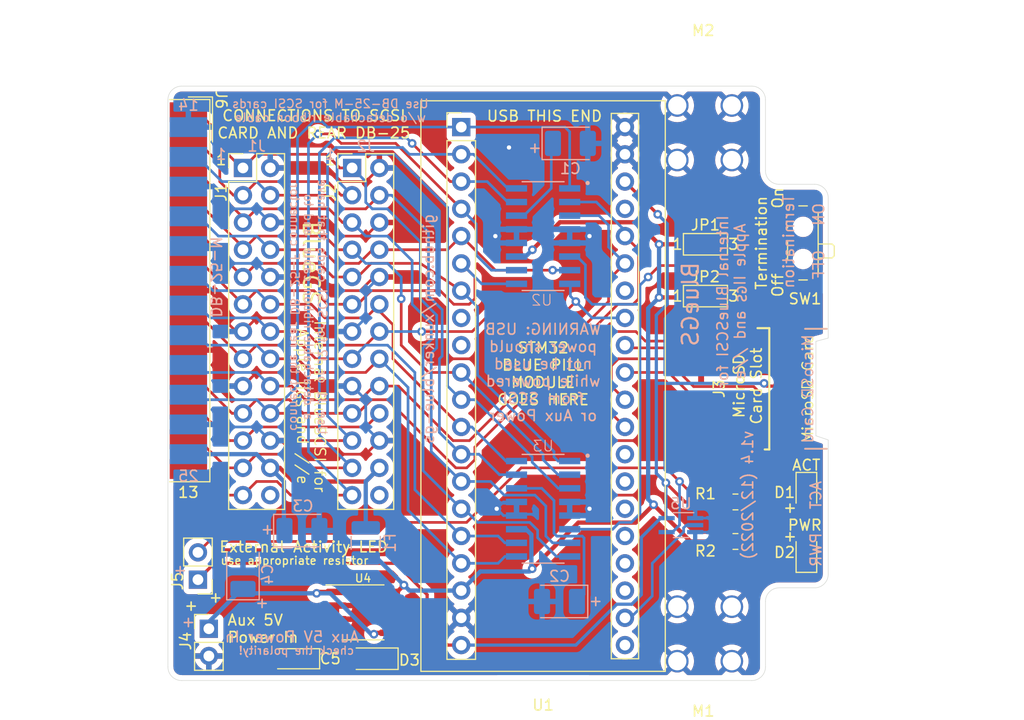
<source format=kicad_pcb>
(kicad_pcb (version 20211014) (generator pcbnew)
  (layers (0 "F.Cu" signal) (31 "B.Cu" signal) (34 "B.Paste" user) (35 "F.Paste" user) (36 "B.SilkS" user "B.Silkscreen") (37 "F.SilkS" user "F.Silkscreen") (38 "B.Mask" user) (39 "F.Mask" user) (44 "Edge.Cuts" user))
  (net 0 "")
  (net 12 "+5V")
  (net 13 "GND")
  (net 14 "/SCSI_DB4")
  (net 15 "/SCSI_DB2")
  (net 16 "/SCSI_DB1")
  (net 17 "/SCSI_DBP")
  (net 18 "/SCSI_SEL")
  (net 19 "/SCSI_ATN")
  (net 20 "/SCSI_C_D")
  (net 21 "/SCSI_DB7")
  (net 22 "/SCSI_DB6")
  (net 23 "/SCSI_DB5")
  (net 24 "/SCSI_DB3")
  (net 25 "/SCSI_DB0")
  (net 26 "/SCSI_BSY")
  (net 27 "/SCSI_ACK")
  (net 28 "/SCSI_RST")
  (net 29 "/SCSI_I_O")
  (net 30 "/SCSI_MSG")
  (net 31 "/SCSI_REQ")
  (net 32 "/SD_MISO")
  (net 33 "/SD_CSK")
  (net 34 "+3V3")
  (net 35 "/SD_MOSI")
  (net 36 "/SD_CS")
  (net 39 "Net-(D2-Pad2)")
  (net 40 "Net-(C1-Pad1)")
  (net 41 "Net-(C2-Pad1)")
  (net 42 "/TERM_DISC")
  (net 43 "Net-(D1-Pad1)")
  (net 44 "/DEBUG_RX")
  (net 45 "/DEBUG_TX")
  (net 46 "/+5V_AUX")
  (net 47 "Net-(C5-Pad1)")
  (net 48 "/TERM_EN")
  (net 49 "/TERM_DIS")
  (net 50 "/DISK_ACT")
  (net 51 "/SCSI_TERMPWR")
  (net 52 "Net-(D1-Pad2)")
  (footprint "my library:YAAJ_BluePill_2" (layer "F.Cu") (at 152.4 50.8)
    (fp_text reference "U1")
    (fp_text value "YAAJ_BluePill" hide)
  )
  (footprint "Button_Switch_SMD:SW_SPDT_PCM12" (layer "F.Cu") (at 183.896 61.595 90)
    (fp_text reference "SW1")
    (fp_text value "SW_SPDT")
  )
  (footprint "Resistor_SMD:R_0805_2012Metric_Pad1.20x1.40mm_HandSolder" (layer "F.Cu") (at 177.927 89.408 180)
    (fp_text reference "R2")
    (fp_text value "1K")
  )
  (footprint "LED_SMD:LED_0805_2012Metric_Pad1.15x1.40mm_HandSolder" (layer "F.Cu") (at 184.531 84.836 -90)
    (fp_text reference "D1")
    (fp_text value "LED")
  )
  (footprint "Jumper:SolderJumper-3_P1.3mm_Open_Pad1.0x1.5mm_NumberLabels" (layer "F.Cu") (at 175.133 66.548)
    (fp_text reference "JP2")
    (fp_text value "Jumper_3_Open")
  )
  (footprint "Jumper:SolderJumper-3_P1.3mm_Open_Pad1.0x1.5mm_NumberLabels" (layer "F.Cu") (at 175.133 61.722)
    (fp_text reference "JP1")
    (fp_text value "Jumper_3_Open")
  )
  (footprint "Resistor_SMD:R_0805_2012Metric_Pad1.20x1.40mm_HandSolder" (layer "F.Cu") (at 177.927 85.725)
    (fp_text reference "R1")
    (fp_text value "100")
  )
  (footprint "Connector_PinHeader_2.54mm:PinHeader_2x13_P2.54mm_Vertical" (layer "F.Cu") (at 132.08 54.61)
    (fp_text reference "J1")
    (fp_text value "Conn_02x13_Odd_Even")
  )
  (footprint "Connector_PinHeader_2.54mm:PinHeader_2x13_P2.54mm_Vertical" (layer "F.Cu") (at 142.24 54.61)
    (fp_text reference "J2")
    (fp_text value "Conn_02x13_Odd_Even")
  )
  (footprint "Connector_PinHeader_2.54mm:PinHeader_1x02_P2.54mm_Vertical" (layer "F.Cu") (at 128.905 97.536)
    (fp_text reference "J4")
    (fp_text value "Conn_01x02_Male")
  )
  (footprint "Connector_PinHeader_2.54mm:PinHeader_1x02_P2.54mm_Vertical" (layer "F.Cu") (at 127.889 92.964 180)
    (fp_text reference "J5")
    (fp_text value "Conn_01x02_Male")
  )
  (footprint "my library:keystone-7774" (layer "F.Cu") (at 180.771 100.561 180)
    (fp_text reference "M1")
    (fp_text value "Screw_Terminal_01x01")
  )
  (footprint "my library:keystone-7774" (layer "F.Cu") (at 180.771 53.871 180)
    (fp_text reference "M2")
    (fp_text value "Screw_Terminal_01x01")
  )
  (footprint "LED_SMD:LED_0805_2012Metric_Pad1.15x1.40mm_HandSolder" (layer "F.Cu") (at 184.531 90.424 90)
    (fp_text reference "D2")
    (fp_text value "LED")
  )
  (footprint "Molex 105162-0001:105162-0001" (layer "F.Cu") (at 174.625 75.184 90)
    (fp_text reference "J3")
    (fp_text value "105162-0001")
  )
  (footprint "Connector_Dsub:DSUB-25_Male_EdgeMount_P2.77mm" (layer "F.Cu") (at 127 66.04 -90)
    (fp_text reference "J6")
    (fp_text value "DB25_Male")
  )
  (footprint "Diode_SMD:D_SOD-123" (layer "F.Cu") (at 144.272 100.33 180)
    (fp_text reference "D3")
    (fp_text value "Zener 5.6v")
  )
  (footprint "Capacitor_Tantalum_SMD:CP_EIA-3216-10_Kemet-I" (layer "F.Cu") (at 136.906 100.33 180)
    (fp_text reference "C5")
    (fp_text value "0.1uF")
  )
  (footprint "Package_SO:SOIC-8_3.9x4.9mm_P1.27mm" (layer "F.Cu") (at 143.256 96.012)
    (fp_text reference "U4")
    (fp_text value "UCC3916")
  )
  (footprint "Capacitor_Tantalum_SMD:CP_EIA-3528-21_Kemet-B_Pad1.50x2.35mm_HandSolder" (layer "B.Cu") (at 162.56 52.324)
    (fp_text reference "C1")
    (fp_text value "2.2uF, 6.3v")
  )
  (footprint "my library:SOIC127P600X175-16N" (layer "B.Cu") (at 160.02 86.36 180)
    (fp_text reference "U3")
    (fp_text value "UC560x, UCC56xx")
  )
  (footprint "Capacitor_Tantalum_SMD:CP_EIA-3528-21_Kemet-B_Pad1.50x2.35mm_HandSolder" (layer "B.Cu") (at 137.567 88.392)
    (fp_text reference "C3")
    (fp_text value "4.7uF, 6.3v")
  )
  (footprint "Capacitor_Tantalum_SMD:CP_EIA-3528-21_Kemet-B_Pad1.50x2.35mm_HandSolder" (layer "B.Cu") (at 161.544 94.996 180)
    (fp_text reference "C2")
    (fp_text value "2.2uF, 6.3v")
  )
  (footprint "my library:SOIC127P600X175-16N" (layer "B.Cu") (at 160.02 60.96 180)
    (fp_text reference "U2")
    (fp_text value "UC560x, UCC56xx")
  )
  (footprint "Fuse:Fuse_1210_3225Metric" (layer "B.Cu") (at 143.51 89.535 90)
    (fp_text reference "F1")
    (fp_text value "Fuse")
  )
  (footprint "Package_TO_SOT_SMD:SOT-353_SC-70-5_Handsoldering" (layer "B.Cu") (at 172.847 87.884 180)
    (fp_text reference "U5")
    (fp_text value "NL17SZ07DFT2G")
  )
  (footprint "Capacitor_Tantalum_SMD:CP_EIA-3528-21_Kemet-B_Pad1.50x2.35mm_HandSolder" (layer "B.Cu") (at 132.08 92.202 90)
    (fp_text reference "C4")
    (fp_text value "1uF")
  )
  (gr_line (start 184.404 69.596) (end 186.436 69.596) (layer "B.SilkS") (width 0.15))
  (gr_line (start 184.404 80.772) (end 186.436 80.772) (layer "B.SilkS") (width 0.15))
  (gr_line (start 184.404 80.772) (end 186.436 80.772) (layer "F.SilkS") (width 0.15))
  (gr_line (start 184.404 69.596) (end 186.436 69.596) (layer "F.SilkS") (width 0.15))
  (gr_line (start 186.563 79.9465) (end 186.563 92.456) (layer "Edge.Cuts") (width 0.05))
  (gr_line (start 125.095 101.092) (end 125.095 48.26) (layer "Edge.Cuts") (width 0.05))
  (gr_line (start 181.991 56.134) (end 185.293 56.134) (layer "Edge.Cuts") (width 0.05))
  (gr_line (start 180.721 94.996) (end 180.721 101.092) (layer "Edge.Cuts") (width 0.05))
  (gr_arc (start 185.293 56.134) (mid 186.191026 56.505974) (end 186.563 57.404) (layer "Edge.Cuts") (width 0.05))
  (gr_arc (start 186.563 92.456) (mid 186.191026 93.354026) (end 185.293 93.726) (layer "Edge.Cuts") (width 0.05))
  (gr_arc (start 181.991 56.134) (mid 181.092974 55.762026) (end 180.721 54.864) (layer "Edge.Cuts") (width 0.05))
  (gr_line (start 180.721 48.26) (end 180.721 54.864) (layer "Edge.Cuts") (width 0.05))
  (gr_arc (start 180.721 94.996) (mid 181.092974 94.097974) (end 181.991 93.726) (layer "Edge.Cuts") (width 0.05))
  (gr_line (start 181.991 93.726) (end 185.293 93.726) (layer "Edge.Cuts") (width 0.05))
  (gr_line (start 126.365 46.99) (end 179.451 46.99) (layer "Edge.Cuts") (width 0.05))
  (gr_line (start 179.451 102.362) (end 126.365 102.362) (layer "Edge.Cuts") (width 0.05))
  (gr_arc (start 126.365 102.362) (mid 125.466974 101.990026) (end 125.095 101.092) (layer "Edge.Cuts") (width 0.05))
  (gr_line (start 185.42 70.7644) (end 185.42 79.5655) (layer "Edge.Cuts") (width 0.05))
  (gr_arc (start 180.721 101.092) (mid 180.349026 101.990026) (end 179.451 102.362) (layer "Edge.Cuts") (width 0.05))
  (gr_arc (start 125.095 48.26) (mid 125.466974 47.361974) (end 126.365 46.99) (layer "Edge.Cuts") (width 0.05))
  (gr_line (start 186.563 57.404) (end 186.563 70.4596) (layer "Edge.Cuts") (width 0.05))
  (gr_line (start 185.42 70.7644) (end 186.563 70.4596) (layer "Edge.Cuts") (width 0.05))
  (gr_arc (start 179.451 46.99) (mid 180.349026 47.361974) (end 180.721 48.26) (layer "Edge.Cuts") (width 0.05))
  (gr_line (start 186.563 79.9465) (end 185.42 79.5655) (layer "Edge.Cuts") (width 0.05))
  (gr_text "CC BY-SA-NC/4.0" (at 160.02 100.838) (layer "F.Cu") (effects (font (size 0.5 0.5) (thickness 0.1))))
  (gr_text "ACT" (at 185.42 85.09 90) (layer "B.SilkS") (effects (font (size 1 1)) (justify mirror)))
  (gr_text "PWR" (at 185.42 90.17 90) (layer "B.SilkS") (effects (font (size 1 1)) (justify mirror)))
  (gr_text "ON   OFF" (at 185.674 61.468 90) (layer "B.SilkS") (effects (font (size 1 1)) (justify mirror)))
  (gr_text "github.com/xunker/blue-gs" (at 149.352 69.596 90) (layer "B.SilkS") (effects (font (size 1 1)) (justify mirror)))
  (gr_text "Internal BlueSCSI for\nApple II_{GS} and //e" (at 177.546 67.056 90) (layer "B.SilkS") (effects (font (size 1 1)) (justify mirror)))
  (gr_text "+" (at 134.366 88.392 -180) (layer "B.SilkS") (effects (font (size 1 1)) (justify mirror)))
  (gr_text "Termination" (at 182.88 61.468 90) (layer "B.SilkS") (effects (font (size 1 1)) (justify mirror)))
  (gr_text "Use J1 or J2 for SCSI cards that have\na detachable ribbon cable, and to\nconnect the rear DB-25-F connector" (at 138.176 67.564 270) (layer "B.SilkS") (effects (font (size 0.8 0.8) (thickness 0.125)) (justify mirror)))
  (gr_text "Use DB-25-M for SCSI cards\nw/o detachable ribbon cable" (at 140.208 49.276) (layer "B.SilkS") (effects (font (size 0.8 0.8) (thickness 0.125)) (justify mirror)))
  (gr_text "J2" (at 143.51 52.578) (layer "B.SilkS") (effects (font (size 1 1)) (justify mirror)))
  (gr_text "+" (at 133.858 95.25 -180) (layer "B.SilkS") (effects (font (size 1 1)) (justify mirror)))
  (gr_text "BlueGS" (at 173.736 67.31 90) (layer "B.SilkS") (effects (font (size 1.5 1.5) (thickness 0.2)) (justify mirror)))
  (gr_text "MicroSD Card" (at 184.658 75.184 90) (layer "B.SilkS") (effects (font (size 1 1) (thickness 0.125)) (justify mirror)))
  (gr_text "check the polarity!" (at 142.494 99.568) (layer "B.SilkS") (effects (font (size 0.75 0.75) (thickness 0.125)) (justify left mirror)))
  (gr_text "Aux 5V Power In" (at 130.302 98.298) (layer "B.SilkS") (effects (font (size 1 1)) (justify right mirror)))
  (gr_text "DB-25-M" (at 129.54 64.77 270) (layer "B.SilkS") (effects (font (size 1 1)) (justify mirror)))
  (gr_text "+" (at 159.258 52.705) (layer "B.SilkS") (effects (font (size 1 1)) (justify mirror)))
  (gr_text "+" (at 164.846 94.996 90) (layer "B.SilkS") (effects (font (size 1 1)) (justify mirror)))
  (gr_text "+" (at 127 97.028 -180) (layer "B.SilkS") (effects (font (size 1 1)) (justify mirror)))
  (gr_text "1" (at 140.208 53.34) (layer "B.SilkS") (effects (font (size 1 1)) (justify mirror)))
  (gr_text "14" (at 127 48.768) (layer "B.SilkS") (effects (font (size 1 1)) (justify mirror)))
  (gr_text "25" (at 127 83.312) (layer "B.SilkS") (effects (font (size 1 1)) (justify mirror)))
  (gr_text "WARNING: USB\npower should\nnot be used\nwhile powered\nfrom SCSI\nor Aux Power" (at 160.02 73.66) (layer "B.SilkS") (effects (font (size 1 1)) (justify mirror)))
  (gr_text "v1.4 (12/2022)" (at 179.07 85.09 90) (layer "B.SilkS") (effects (font (size 1 1)) (justify mirror)))
  (gr_text "J1" (at 133.35 52.578) (layer "B.SilkS") (effects (font (size 1 1)) (justify mirror)))
  (gr_text "+" (at 126.238 92.202 -180) (layer "B.SilkS") (effects (font (size 1 1)) (justify mirror)))
  (gr_text "1" (at 130.048 53.34) (layer "B.SilkS") (effects (font (size 1 1)) (justify mirror)))
  (gr_text "Aux 5V\nPower In" (at 130.556 97.536) (layer "F.SilkS") (effects (font (size 1 1)) (justify left)))
  (gr_text "BlueGS" (at 138.43 63.5 270) (layer "F.SilkS") (effects (font (size 1.5 1.5) (thickness 0.2))))
  (gr_text "+" (at 129.54 94.742 180) (layer "F.SilkS") (effects (font (size 1 1))))
  (gr_text "Internal BlueSCSI for\nApple II_{GS} and //e\n" (at 138.43 76.835 270) (layer "F.SilkS") (effects (font (size 1 1) (thickness 0.125))))
  (gr_text "PWR" (at 186.055 87.884) (layer "F.SilkS") (effects (font (size 1 1)) (justify right)))
  (gr_text "External Activity LED" (at 129.794 89.916) (layer "F.SilkS") (effects (font (size 1 1)) (justify left)))
  (gr_text "+" (at 183.007 88.9) (layer "F.SilkS") (effects (font (size 1 1))))
  (gr_text "MicroSD\nCard Slot" (at 179.07 74.93 90) (layer "F.SilkS") (effects (font (size 1 1))))
  (gr_text "MicroSD Card" (at 184.658 75.184 90) (layer "F.SilkS") (effects (font (size 1 1) (thickness 0.125))))
  (gr_text "CONNECTIONS TO SCSI\nCARD AND REAR DB-25" (at 138.684 50.546) (layer "F.SilkS") (effects (font (size 1 1))))
  (gr_text "On" (at 181.864 57.404 90) (layer "F.SilkS") (effects (font (size 1 1))))
  (gr_text "Termination" (at 180.34 61.595 90) (layer "F.SilkS") (effects (font (size 1 1))))
  (gr_text "STM32\nBLUE PILL\nMODULE\nGOES HERE" (at 160.02 73.787) (layer "F.SilkS") (effects (font (size 1 1))))
  (gr_text "USB THIS END" (at 160.147 49.784) (layer "F.SilkS") (effects (font (size 1 1))))
  (gr_text "use appropriate resistor" (at 129.921 91.186) (layer "F.SilkS") (effects (font (size 0.75 0.75) (thickness 0.125)) (justify left)))
  (gr_text "+" (at 127.254 95.504 180) (layer "F.SilkS") (effects (font (size 1 1))))
  (gr_text "+" (at 183.007 86.233) (layer "F.SilkS") (effects (font (size 1 1))))
  (gr_text "13" (at 127 84.836) (layer "F.SilkS") (effects (font (size 1 1))))
  (gr_text "1" (at 130.048 53.848) (layer "F.SilkS") (effects (font (size 1 1))))
  (gr_text "ACT" (at 185.928 82.296) (layer "F.SilkS") (effects (font (size 1 1)) (justify right)))
  (gr_text "1" (at 140.208 53.848) (layer "F.SilkS") (effects (font (size 1 1))))
  (gr_text "Off" (at 181.864 65.532 90) (layer "F.SilkS") (effects (font (size 1 1))))
  (segment (start 173.736 89.408) (end 170.307 85.979) (width 0.4) (layer "F.Cu") (net 12))
  (segment (start 159.02532 62.233641) (end 161.58796 59.671001) (width 0.4) (layer "F.Cu") (net 12))
  (segment (start 163.301511 87.650489) (end 168.635511 87.650489) (width 0.4) (layer "F.Cu") (net 12))
  (segment (start 159.004 91.948) (end 163.301511 87.650489) (width 0.4) (layer "F.Cu") (net 12))
  (segment (start 176.927 89.408) (end 173.736 89.408) (width 0.4) (layer "F.Cu") (net 12))
  (segment (start 161.58796 59.671001) (end 168.764001 59.671001) (width 0.4) (layer "F.Cu") (net 12))
  (segment (start 147.066 93.472) (end 146.431 94.107) (width 0.4) (layer "F.Cu") (net 12))
  (segment (start 168.764001 59.671001) (end 170.815 61.722) (width 0.4) (layer "F.Cu") (net 12))
  (segment (start 146.431 94.107) (end 145.731 94.107) (width 0.4) (layer "F.Cu") (net 12))
  (segment (start 168.635511 87.650489) (end 170.307 85.979) (width 0.4) (layer "F.Cu") (net 12))
  (segment (start 173.579 66.675) (end 170.814998 66.675) (width 0.4) (layer "F.Cu") (net 12))
  (segment (start 173.833 61.722) (end 170.815 61.722) (width 0.4) (layer "F.Cu") (net 12))
  (segment (start 173.833 66.421) (end 173.579 66.675) (width 0.4) (layer "F.Cu") (net 12))
  (via (at 147.066 93.472) (size 0.8) (drill 0.4) (layers "F.Cu" "B.Cu") (net 12))
  (via (at 170.815 61.722) (size 0.8) (drill 0.4) (layers "F.Cu" "B.Cu") (net 12))
  (via (at 170.307 85.979) (size 0.8) (drill 0.4) (layers "F.Cu" "B.Cu") (net 12))
  (via (at 159.02532 62.233641) (size 0.8) (drill 0.4) (layers "F.Cu" "B.Cu") (net 12))
  (via (at 159.004 91.948) (size 0.8) (drill 0.4) (layers "F.Cu" "B.Cu") (net 12))
  (via (at 170.814998 66.675) (size 0.8) (drill 0.4) (layers "F.Cu" "B.Cu") (net 12))
  (segment (start 158.4265 88.265) (end 157.545 88.265) (width 0.4) (layer "B.Cu") (net 12))
  (segment (start 147.066 93.472) (end 147.574 93.98) (width 0.4) (layer "B.Cu") (net 12))
  (segment (start 159.004 91.948) (end 158.929511 91.873511) (width 0.4) (layer "B.Cu") (net 12))
  (segment (start 157.545 62.865) (end 158.393961 62.865) (width 0.4) (layer "B.Cu") (net 12))
  (segment (start 154.178 92.202) (end 152.4 93.98) (width 0.4) (layer "B.Cu") (net 12))
  (segment (start 147.574 93.98) (end 152.4 93.98) (width 0.4) (layer "B.Cu") (net 12))
  (segment (start 169.799 85.471) (end 170.307 85.979) (width 0.4) (layer "B.Cu") (net 12))
  (segment (start 158.393961 62.865) (end 159.02532 62.233641) (width 0.4) (layer "B.Cu") (net 12))
  (segment (start 158.929511 88.768011) (end 158.4265 88.265) (width 0.4) (layer "B.Cu") (net 12))
  (segment (start 144.529 90.935) (end 143.51 90.935) (width 0.4) (layer "B.Cu") (net 12))
  (segment (start 170.814998 61.722002) (end 170.815 61.722) (width 0.4) (layer "B.Cu") (net 12))
  (segment (start 158.929511 91.873511) (end 158.929511 88.768011) (width 0.4) (layer "B.Cu") (net 12))
  (segment (start 158.75 92.202) (end 154.178 92.202) (width 0.4) (layer "B.Cu") (net 12))
  (segment (start 169.799 67.690998) (end 169.799 85.471) (width 0.4) (layer "B.Cu") (net 12))
  (segment (start 170.814998 66.675) (end 170.814998 61.722002) (width 0.4) (layer "B.Cu") (net 12))
  (segment (start 170.814998 66.675) (end 169.799 67.690998) (width 0.4) (layer "B.Cu") (net 12))
  (segment (start 147.066 93.472) (end 144.529 90.935) (width 0.4) (layer "B.Cu") (net 12))
  (segment (start 159.004 91.948) (end 158.75 92.202) (width 0.4) (layer "B.Cu") (net 12))
  (segment (start 134.62 64.77) (end 138.938 64.77) (width 0.25) (layer "F.Cu") (net 13))
  (segment (start 143.002 66.04) (end 144.272 64.77) (width 0.25) (layer "F.Cu") (net 13))
  (segment (start 138.938 64.77) (end 140.208 66.04) (width 0.25) (layer "F.Cu") (net 13))
  (segment (start 140.208 66.04) (end 143.002 66.04) (width 0.25) (layer "F.Cu") (net 13))
  (segment (start 144.272 64.77) (end 144.78 64.77) (width 0.25) (layer "F.Cu") (net 13))
  (segment (start 134.62 54.61) (end 139.954 54.61) (width 0.25) (layer "F.Cu") (net 13))
  (segment (start 139.954 54.61) (end 141.224 55.88) (width 0.25) (layer "F.Cu") (net 13))
  (segment (start 141.224 55.88) (end 143.51 55.88) (width 0.25) (layer "F.Cu") (net 13))
  (segment (start 143.51 55.88) (end 144.78 54.61) (width 0.25) (layer "F.Cu") (net 13))
  (segment (start 132.08 69.85) (end 133.35 68.58) (width 0.25) (layer "F.Cu") (net 13))
  (segment (start 138.176 68.58) (end 139.446 69.85) (width 0.25) (layer "F.Cu") (net 13))
  (segment (start 133.35 68.58) (end 138.176 68.58) (width 0.25) (layer "F.Cu") (net 13))
  (segment (start 139.446 69.85) (end 142.24 69.85) (width 0.25) (layer "F.Cu") (net 13))
  (segment (start 142.24 74.93) (end 138.176 74.93) (width 0.25) (layer "F.Cu") (net 13))
  (segment (start 138.176 74.93) (end 136.906 73.66) (width 0.25) (layer "F.Cu") (net 13))
  (segment (start 136.906 73.66) (end 133.35 73.66) (width 0.25) (layer "F.Cu") (net 13))
  (segment (start 133.35 73.66) (end 132.08 74.93) (width 0.25) (layer "F.Cu") (net 13))
  (segment (start 134.62 80.01) (end 135.636 80.01) (width 0.25) (layer "F.Cu") (net 13))
  (segment (start 135.636 80.01) (end 136.906 81.28) (width 0.25) (layer "F.Cu") (net 13))
  (segment (start 136.906 81.28) (end 143.51 81.28) (width 0.25) (layer "F.Cu") (net 13))
  (segment (start 143.51 81.28) (end 144.78 80.01) (width 0.25) (layer "F.Cu") (net 13))
  (segment (start 134.62 59.69) (end 139.954 59.69) (width 0.25) (layer "F.Cu") (net 13))
  (segment (start 141.224 60.96) (end 143.51 60.96) (width 0.25) (layer "F.Cu") (net 13))
  (segment (start 139.954 59.69) (end 141.224 60.96) (width 0.25) (layer "F.Cu") (net 13))
  (segment (start 143.51 60.96) (end 144.78 59.69) (width 0.25) (layer "F.Cu") (net 13))
  (segment (start 168.656 80.01) (end 166.624 80.01) (width 0.25) (layer "F.Cu") (net 13))
  (segment (start 131.445 69.85) (end 130.175 68.58) (width 0.25) (layer "F.Cu") (net 13))
  (segment (start 166.624 85.09) (end 168.656 85.09) (width 0.25) (layer "F.Cu") (net 13))
  (segment (start 130.175 68.58) (end 130.175 67.31) (width 0.25) (layer "F.Cu") (net 13))
  (segment (start 153.416 72.39) (end 151.384 72.39) (width 0.25) (layer "F.Cu") (net 13))
  (segment (start 130.175 67.31) (end 128.905 66.04) (width 0.25) (layer "F.Cu") (net 13))
  (segment (start 132.08 69.85) (end 131.445 69.85) (width 0.25) (layer "F.Cu") (net 13))
  (segment (start 128.905 66.04) (end 127 66.04) (width 0.25) (layer "F.Cu") (net 13))
  (via (at 164.338 86.36) (size 0.8) (drill 0.4) (layers "F.Cu" "B.Cu") (net 13))
  (via (at 156.845 52.705) (size 0.8) (drill 0.4) (layers "F.Cu" "B.Cu") (net 13))
  (via (at 164.338 60.96) (size 0.8) (drill 0.4) (layers "F.Cu" "B.Cu") (net 13))
  (via (at 155.575 60.96) (size 0.8) (drill 0.4) (layers "F.Cu" "B.Cu") (net 13))
  (via (at 155.702 86.36) (size 0.8) (drill 0.4) (layers "F.Cu" "B.Cu") (net 13))
  (segment (start 142.24 74.93) (end 143.51 76.2) (width 0.25) (layer "B.Cu") (net 13))
  (segment (start 143.51 76.2) (end 143.51 78.74) (width 0.25) (layer "B.Cu") (net 13))
  (segment (start 143.51 78.74) (end 144.78 80.01) (width 0.25) (layer "B.Cu") (net 13))
  (segment (start 144.78 64.77) (end 143.51 66.04) (width 0.25) (layer "B.Cu") (net 13))
  (segment (start 143.51 66.04) (end 143.51 68.58) (width 0.25) (layer "B.Cu") (net 13))
  (segment (start 176.134 87.234) (end 176.276 87.376) (width 0.25) (layer "B.Cu") (net 13))
  (segment (start 134.62 80.01) (end 133.35 78.74) (width 0.25) (layer "B.Cu") (net 13))
  (segment (start 174.197 88.58) (end 174.197 91.393) (width 0.25) (layer "B.Cu") (net 13))
  (segment (start 143.51 68.58) (end 143.4465 68.6435) (width 0.25) (layer "B.Cu") (net 13))
  (segment (start 157.545 60.325) (end 162.495 60.325) (width 0.25) (layer "B.Cu") (net 13))
  (segment (start 130.175 78.74) (end 129.94 78.505) (width 0.25) (layer "B.Cu") (net 13))
  (segment (start 176.276 88.646) (end 176.276 88.9) (width 0.25) (layer "B.Cu") (net 13))
  (segment (start 129.54 62.23) (end 127.345 62.23) (width 0.25) (layer "B.Cu") (net 13))
  (segment (start 127.345 62.23) (end 127 61.885) (width 0.25) (layer "B.Cu") (net 13))
  (segment (start 130.175 58.42) (end 130.175 57.15) (width 0.25) (layer "B.Cu") (net 13))
  (segment (start 134.62 59.69) (end 133.35 58.42) (width 0.25) (layer "B.Cu") (net 13))
  (segment (start 156.337 85.725) (end 157.545 85.725) (width 0.25) (layer "B.Cu") (net 13))
  (segment (start 156.337 86.995) (end 157.545 86.995) (width 0.25) (layer "B.Cu") (net 13))
  (segment (start 143.4465 68.6435) (end 142.24 69.85) (width 0.25) (layer "B.Cu") (net 13))
  (segment (start 174.177 87.234) (end 176.134 87.234) (width 0.25) (layer "B.Cu") (net 13))
  (segment (start 133.35 78.74) (end 130.175 78.74) (width 0.25) (layer "B.Cu") (net 13))
  (segment (start 134.62 64.77) (end 133.35 63.5) (width 0.25) (layer "B.Cu") (net 13))
  (segment (start 130.175 57.15) (end 129.37 56.345) (width 0.25) (layer "B.Cu") (net 13))
  (segment (start 176.276 87.376) (end 176.276 88.9) (width 0.25) (layer "B.Cu") (net 13))
  (segment (start 157.545 85.725) (end 157.545 86.995) (width 0.25) (layer "B.Cu") (net 13))
  (segment (start 174.197 91.393) (end 174.197 93.745) (width 0.25) (layer "B.Cu") (net 13))
  (segment (start 174.177 88.534) (end 176.164 88.534) (width 0.25) (layer "B.Cu") (net 13))
  (segment (start 155.702 86.36) (end 156.337 85.725) (width 0.25) (layer "B.Cu") (net 13))
  (segment (start 176.276 88.9) (end 176.276 89.314) (width 0.25) (layer "B.Cu") (net 13))
  (segment (start 176.164 88.534) (end 176.276 88.646) (width 0.25) (layer "B.Cu") (net 13))
  (segment (start 129.37 56.345) (end 127 56.345) (width 0.25) (layer "B.Cu") (net 13))
  (segment (start 130.81 63.5) (end 129.54 62.23) (width 0.25) (layer "B.Cu") (net 13))
  (segment (start 174.197 93.745) (end 172.461 95.481) (width 0.25) (layer "B.Cu") (net 13))
  (segment (start 133.35 63.5) (end 130.81 63.5) (width 0.25) (layer "B.Cu") (net 13))
  (segment (start 129.94 78.505) (end 127 78.505) (width 0.25) (layer "B.Cu") (net 13))
  (segment (start 133.35 58.42) (end 130.175 58.42) (width 0.25) (layer "B.Cu") (net 13))
  (segment (start 155.702 86.36) (end 156.337 86.995) (width 0.25) (layer "B.Cu") (net 13))
  (segment (start 176.276 89.314) (end 174.197 91.393) (width 0.25) (layer "B.Cu") (net 13))
  (segment (start 134.62 77.47) (end 136.144 77.47) (width 0.25) (layer "F.Cu") (net 14))
  (segment (start 136.144 77.47) (end 137.414 78.74) (width 0.25) (layer "F.Cu") (net 14))
  (segment (start 137.414 78.74) (end 143.51 78.74) (width 0.25) (layer "F.Cu") (net 14))
  (segment (start 143.51 78.74) (end 144.78 77.47) (width 0.25) (layer "F.Cu") (net 14))
  (segment (start 137.16 74.93) (end 137.16 51.758998) (width 0.25) (layer "B.Cu") (net 14))
  (segment (start 127.465 76.2) (end 133.35 76.2) (width 0.25) (layer "B.Cu") (net 14))
  (segment (start 152.4 50.8) (end 162.052 50.8) (width 0.25) (layer "B.Cu") (net 14))
  (segment (start 139.954 50.8) (end 152.4 50.8) (width 0.25) (layer "B.Cu") (net 14))
  (segment (start 139.446 50.292) (end 139.954 50.8) (width 0.25) (layer "B.Cu") (net 14))
  (segment (start 162.495 51.243) (end 162.495 56.515) (width 0.25) (layer "B.Cu") (net 14))
  (segment (start 127 75.735) (end 127.465 76.2) (width 0.25) (layer "B.Cu") (net 14))
  (segment (start 162.052 50.8) (end 162.495 51.243) (width 0.25) (layer "B.Cu") (net 14))
  (segment (start 134.62 77.47) (end 137.16 74.93) (width 0.25) (layer "B.Cu") (net 14))
  (segment (start 133.35 76.2) (end 134.62 77.47) (width 0.25) (layer "B.Cu") (net 14))
  (segment (start 138.626998 50.292) (end 139.446 50.292) (width 0.25) (layer "B.Cu") (net 14))
  (segment (start 137.16 51.758998) (end 138.626998 50.292) (width 0.25) (layer "B.Cu") (net 14))
  (segment (start 136.62025 74.93) (end 137.89025 76.2) (width 0.25) (layer "F.Cu") (net 15))
  (segment (start 144.272 74.93) (end 144.78 74.93) (width 0.25) (layer "F.Cu") (net 15))
  (segment (start 137.89025 76.2) (end 143.002 76.2) (width 0.25) (layer "F.Cu") (net 15))
  (segment (start 134.62 74.93) (end 136.62025 74.93) (width 0.25) (layer "F.Cu") (net 15))
  (segment (start 143.002 76.2) (end 144.272 74.93) (width 0.25) (layer "F.Cu") (net 15))
  (segment (start 166.116 67.056) (end 166.116 65.024) (width 0.25) (layer "F.Cu") (net 15))
  (segment (start 151.638 80.01) (end 153.162 80.01) (width 0.25) (layer "F.Cu") (net 15))
  (segment (start 144.78 74.93) (end 146.558 74.93) (width 0.25) (layer "F.Cu") (net 15))
  (segment (start 166.116 65.024) (end 167.64 63.5) (width 0.25) (layer "F.Cu") (net 15))
  (segment (start 146.558 74.93) (end 151.638 80.01) (width 0.25) (layer "F.Cu") (net 15))
  (segment (start 153.162 80.01) (end 166.116 67.056) (width 0.25) (layer "F.Cu") (net 15))
  (segment (start 166.116 59.944) (end 166.116 61.976) (width 0.25) (layer "B.Cu") (net 15))
  (segment (start 127 72.965) (end 127.695 73.66) (width 0.25) (layer "B.Cu") (net 15))
  (segment (start 162.495 59.055) (end 165.227 59.055) (width 0.25) (layer "B.Cu") (net 15))
  (segment (start 133.35 73.66) (end 134.62 74.93) (width 0.25) (layer "B.Cu") (net 15))
  (segment (start 165.227 59.055) (end 166.116 59.944) (width 0.25) (layer "B.Cu") (net 15))
  (segment (start 166.116 61.976) (end 167.64 63.5) (width 0.25) (layer "B.Cu") (net 15))
  (segment (start 127.695 73.66) (end 133.35 73.66) (width 0.25) (layer "B.Cu") (net 15))
  (segment (start 137.16 72.39) (end 138.43 73.66) (width 0.25) (layer "F.Cu") (net 16))
  (segment (start 138.43 73.66) (end 143.51 73.66) (width 0.25) (layer "F.Cu") (net 16))
  (segment (start 134.62 72.39) (end 137.16 72.39) (width 0.25) (layer "F.Cu") (net 16))
  (segment (start 143.51 73.66) (end 144.78 72.39) (width 0.25) (layer "F.Cu") (net 16))
  (segment (start 144.78 72.39) (end 147.447 75.057) (width 0.25) (layer "B.Cu") (net 16))
  (segment (start 156.464 90.805) (end 157.545 90.805) (width 0.25) (layer "B.Cu") (net 16))
  (segment (start 147.447 86.487) (end 152.4 91.44) (width 0.25) (layer "B.Cu") (net 16))
  (segment (start 152.4 91.44) (end 155.829 91.44) (width 0.25) (layer "B.Cu") (net 16))
  (segment (start 128.778 71.12) (end 133.35 71.12) (width 0.25) (layer "B.Cu") (net 16))
  (segment (start 147.447 75.057) (end 147.447 86.487) (width 0.25) (layer "B.Cu") (net 16))
  (segment (start 133.35 71.12) (end 134.62 72.39) (width 0.25) (layer "B.Cu") (net 16))
  (segment (start 127 70.195) (end 127.853 70.195) (width 0.25) (layer "B.Cu") (net 16))
  (segment (start 127.853 70.195) (end 128.778 71.12) (width 0.25) (layer "B.Cu") (net 16))
  (segment (start 155.829 91.44) (end 156.464 90.805) (width 0.25) (layer "B.Cu") (net 16))
  (segment (start 143.51 71.12) (end 144.78 69.85) (width 0.25) (layer "F.Cu") (net 17))
  (segment (start 134.62 69.85) (end 137.922 69.85) (width 0.25) (layer "F.Cu") (net 17))
  (segment (start 137.922 69.85) (end 139.192 71.12) (width 0.25) (layer "F.Cu") (net 17))
  (segment (start 139.192 71.12) (end 143.51 71.12) (width 0.25) (layer "F.Cu") (net 17))
  (segment (start 155.448 67.818) (end 162.306 67.818) (width 0.25) (layer "F.Cu") (net 17))
  (segment (start 153.416 69.85) (end 155.448 67.818) (width 0.25) (layer "F.Cu") (net 17))
  (segment (start 162.306 67.818) (end 163.068 67.056) (width 0.25) (layer "F.Cu") (net 17))
  (segment (start 148.717 69.85) (end 153.416 69.85) (width 0.25) (layer "F.Cu") (net 17))
  (via (at 163.068 67.056) (size 0.8) (drill 0.4) (layers "F.Cu" "B.Cu") (net 17))
  (via (at 148.717 69.85) (size 0.8) (drill 0.4) (layers "F.Cu" "B.Cu") (net 17))
  (segment (start 129.038 68.58) (end 133.35 68.58) (width 0.25) (layer "B.Cu") (net 17))
  (segment (start 127.883 67.425) (end 129.038 68.58) (width 0.25) (layer "B.Cu") (net 17))
  (segment (start 148.717 69.85) (end 144.78 69.85) (width 0.25) (layer "B.Cu") (net 17))
  (segment (start 163.068 67.056) (end 164.592 68.58) (width 0.25) (layer "B.Cu") (net 17))
  (segment (start 163.068 67.056) (end 162.56 66.548) (width 0.25) (layer "B.Cu") (net 17))
  (segment (start 127 67.425) (end 127.883 67.425) (width 0.25) (layer "B.Cu") (net 17))
  (segment (start 133.35 68.58) (end 134.62 69.85) (width 0.25) (layer "B.Cu") (net 17))
  (segment (start 164.592 68.58) (end 167.64 68.58) (width 0.25) (layer "B.Cu") (net 17))
  (segment (start 162.56 66.548) (end 162.56 65.532) (width 0.25) (layer "B.Cu") (net 17))
  (segment (start 134.62 67.31) (end 138.43 67.31) (width 0.25) (layer "F.Cu") (net 18))
  (segment (start 138.43 67.31) (end 139.7 68.58) (width 0.25) (layer "F.Cu") (net 18))
  (segment (start 139.7 68.58) (end 143.51 68.58) (width 0.25) (layer "F.Cu") (net 18))
  (segment (start 143.51 68.58) (end 144.78 67.31) (width 0.25) (layer "F.Cu") (net 18))
  (segment (start 144.78 67.31) (end 144.78 67.945) (width 0.25) (layer "F.Cu") (net 18))
  (segment (start 146.05 72.39) (end 152.4 78.74) (width 0.25) (layer "F.Cu") (net 18))
  (segment (start 144.78 67.945) (end 146.05 69.215) (width 0.25) (layer "F.Cu") (net 18))
  (segment (start 146.05 69.215) (end 146.05 72.39) (width 0.25) (layer "F.Cu") (net 18))
  (segment (start 153.385 78.74) (end 156.56 81.915) (width 0.25) (layer "B.Cu") (net 18))
  (segment (start 156.56 81.915) (end 157.545 81.915) (width 0.25) (layer "B.Cu") (net 18))
  (segment (start 127.901 64.655) (end 129.286 66.04) (width 0.25) (layer "B.Cu") (net 18))
  (segment (start 133.35 66.04) (end 134.62 67.31) (width 0.25) (layer "B.Cu") (net 18))
  (segment (start 129.286 66.04) (end 133.35 66.04) (width 0.25) (layer "B.Cu") (net 18))
  (segment (start 152.4 78.74) (end 153.385 78.74) (width 0.25) (layer "B.Cu") (net 18))
  (segment (start 127 64.655) (end 127.901 64.655) (width 0.25) (layer "B.Cu") (net 18))
  (segment (start 144.14359 62.23) (end 144.78 62.23) (width 0.25) (layer "F.Cu") (net 19))
  (segment (start 140.716 63.5) (end 142.87359 63.5) (width 0.25) (layer "F.Cu") (net 19))
  (segment (start 134.62 62.23) (end 139.446 62.23) (width 0.25) (layer "F.Cu") (net 19))
  (segment (start 139.446 62.23) (end 140.716 63.5) (width 0.25) (layer "F.Cu") (net 19))
  (segment (start 142.87359 63.5) (end 144.14359 62.23) (width 0.25) (layer "F.Cu") (net 19))
  (segment (start 144.78 62.23) (end 151.13 62.23) (width 0.25) (layer "F.Cu") (net 19))
  (segment (start 152.4 60.96) (end 155.575 64.135) (width 0.25) (layer "F.Cu") (net 19))
  (segment (start 155.575 64.135) (end 160.909 64.135) (width 0.25) (layer "F.Cu") (net 19))
  (segment (start 151.13 62.23) (end 152.4 60.96) (width 0.25) (layer "F.Cu") (net 19))
  (via (at 160.909 64.135) (size 0.8) (drill 0.4) (layers "F.Cu" "B.Cu") (net 19))
  (segment (start 162.495 64.135) (end 160.909 64.135) (width 0.25) (layer "B.Cu") (net 19))
  (segment (start 133.35 60.96) (end 134.62 62.23) (width 0.25) (layer "B.Cu") (net 19))
  (segment (start 127 59.115) (end 127.949 59.115) (width 0.25) (layer "B.Cu") (net 19))
  (segment (start 127.949 59.115) (end 129.794 60.96) (width 0.25) (layer "B.Cu") (net 19))
  (segment (start 129.794 60.96) (end 133.35 60.96) (width 0.25) (layer "B.Cu") (net 19))
  (segment (start 134.62 57.15) (end 139.954 57.15) (width 0.25) (layer "F.Cu") (net 20))
  (segment (start 139.954 57.15) (end 141.224 58.42) (width 0.25) (layer "F.Cu") (net 20))
  (segment (start 141.224 58.42) (end 143.51 58.42) (width 0.25) (layer "F.Cu") (net 20))
  (segment (start 143.51 58.42) (end 144.78 57.15) (width 0.25) (layer "F.Cu") (net 20))
  (segment (start 150.368 79.248) (end 152.4 81.28) (width 0.25) (layer "B.Cu") (net 20))
  (segment (start 133.35 55.88) (end 134.62 57.15) (width 0.25) (layer "B.Cu") (net 20))
  (segment (start 150.622 67.818) (end 150.622 72.136) (width 0.25) (layer "B.Cu") (net 20))
  (segment (start 145.923 57.15) (end 149.352 60.579) (width 0.25) (layer "B.Cu") (net 20))
  (segment (start 149.352 60.579) (end 149.352 66.548) (width 0.25) (layer "B.Cu") (net 20))
  (segment (start 149.352 66.548) (end 150.622 67.818) (width 0.25) (layer "B.Cu") (net 20))
  (segment (start 154.051 81.28) (end 155.956 83.185) (width 0.25) (layer "B.Cu") (net 20))
  (segment (start 127.816666 53.575) (end 130.121666 55.88) (width 0.25) (layer "B.Cu") (net 20))
  (segment (start 155.956 83.185) (end 157.545 83.185) (width 0.25) (layer "B.Cu") (net 20))
  (segment (start 130.121666 55.88) (end 133.35 55.88) (width 0.25) (layer "B.Cu") (net 20))
  (segment (start 150.368 72.39) (end 150.368 79.248) (width 0.25) (layer "B.Cu") (net 20))
  (segment (start 150.622 72.136) (end 150.368 72.39) (width 0.25) (layer "B.Cu") (net 20))
  (segment (start 152.4 81.28) (end 154.051 81.28) (width 0.25) (layer "B.Cu") (net 20))
  (segment (start 127 53.575) (end 127.816666 53.575) (width 0.25) (layer "B.Cu") (net 20))
  (segment (start 144.78 57.15) (end 145.923 57.15) (width 0.25) (layer "B.Cu") (net 20))
  (segment (start 136.525 85.09) (end 142.24 85.09) (width 0.25) (layer "F.Cu") (net 21))
  (segment (start 132.08 85.09) (end 133.35 83.82) (width 0.25) (layer "F.Cu") (net 21))
  (segment (start 146.304 52.324) (end 152.4 58.42) (width 0.25) (layer "F.Cu") (net 21))
  (segment (start 140.335 51.435) (end 141.224 52.324) (width 0.25) (layer "F.Cu") (net 21))
  (segment (start 130.175 85.09) (end 132.08 85.09) (width 0.25) (layer "F.Cu") (net 21))
  (segment (start 135.255 83.82) (end 136.525 85.09) (width 0.25) (layer "F.Cu") (net 21))
  (segment (start 127 82.66) (end 127.745 82.66) (width 0.25) (layer "F.Cu") (net 21))
  (segment (start 133.35 83.82) (end 135.255 83.82) (width 0.25) (layer "F.Cu") (net 21))
  (segment (start 141.224 52.324) (end 146.304 52.324) (width 0.25) (layer "F.Cu") (net 21))
  (segment (start 139.065 51.435) (end 140.335 51.435) (width 0.25) (layer "F.Cu") (net 21))
  (segment (start 127.745 82.66) (end 130.175 85.09) (width 0.25) (layer "F.Cu") (net 21))
  (via (at 139.065 51.435) (size 0.8) (drill 0.4) (layers "F.Cu" "B.Cu") (net 21))
  (segment (start 138.176 81.026) (end 142.24 85.09) (width 0.25) (layer "B.Cu") (net 21))
  (segment (start 152.4 58.42) (end 153.797 59.817) (width 0.25) (layer "B.Cu") (net 21))
  (segment (start 155.2067 64.135) (end 157.545 64.135) (width 0.25) (layer "B.Cu") (net 21))
  (segment (start 138.176 52.324) (end 138.176 81.026) (width 0.25) (layer "B.Cu") (net 21))
  (segment (start 139.065 51.435) (end 138.176 52.324) (width 0.25) (layer "B.Cu") (net 21))
  (segment (start 153.797 59.817) (end 153.797 62.7253) (width 0.25) (layer "B.Cu") (net 21))
  (segment (start 153.797 62.7253) (end 155.2067 64.135) (width 0.25) (layer "B.Cu") (net 21))
  (segment (start 133.35 81.28) (end 135.763 81.28) (width 0.25) (layer "F.Cu") (net 22))
  (segment (start 130.556 82.55) (end 132.08 82.55) (width 0.25) (layer "F.Cu") (net 22))
  (segment (start 127 79.89) (end 127.896 79.89) (width 0.25) (layer "F.Cu") (net 22))
  (segment (start 151.384 55.88) (end 152.4 55.88) (width 0.25) (layer "F.Cu") (net 22))
  (segment (start 132.08 82.55) (end 133.35 81.28) (width 0.25) (layer "F.Cu") (net 22))
  (segment (start 137.033 82.55) (end 142.24 82.55) (width 0.25) (layer "F.Cu") (net 22))
  (segment (start 147.828 52.324) (end 151.384 55.88) (width 0.25) (layer "F.Cu") (net 22))
  (segment (start 135.763 81.28) (end 137.033 82.55) (width 0.25) (layer "F.Cu") (net 22))
  (segment (start 127.896 79.89) (end 130.556 82.55) (width 0.25) (layer "F.Cu") (net 22))
  (via (at 147.828 52.324) (size 0.8) (drill 0.4) (layers "F.Cu" "B.Cu") (net 22))
  (segment (start 147.828 52.324) (end 147.32 51.816) (width 0.25) (layer "B.Cu") (net 22))
  (segment (start 154.813 55.88) (end 156.718 57.785) (width 0.25) (layer "B.Cu") (net 22))
  (segment (start 152.4 55.88) (end 154.813 55.88) (width 0.25) (layer "B.Cu") (net 22))
  (segment (start 139.192 79.502) (end 142.24 82.55) (width 0.25) (layer "B.Cu") (net 22))
  (segment (start 140.589 51.816) (end 139.192 53.213) (width 0.25) (layer "B.Cu") (net 22))
  (segment (start 139.192 53.213) (end 139.192 79.502) (width 0.25) (layer "B.Cu") (net 22))
  (segment (start 156.718 57.785) (end 157.545 57.785) (width 0.25) (layer "B.Cu") (net 22))
  (segment (start 147.32 51.816) (end 140.589 51.816) (width 0.25) (layer "B.Cu") (net 22))
  (segment (start 132.08 80.01) (end 133.35 78.74) (width 0.25) (layer "F.Cu") (net 23))
  (segment (start 133.35 78.74) (end 135.89 78.74) (width 0.25) (layer "F.Cu") (net 23))
  (segment (start 137.16 80.01) (end 142.24 80.01) (width 0.25) (layer "F.Cu") (net 23))
  (segment (start 135.89 78.74) (end 137.16 80.01) (width 0.25) (layer "F.Cu") (net 23))
  (segment (start 127 77.12) (end 127.92 77.12) (width 0.25) (layer "F.Cu") (net 23))
  (segment (start 127.92 77.12) (end 130.81 80.01) (width 0.25) (layer "F.Cu") (net 23))
  (segment (start 130.81 80.01) (end 132.08 80.01) (width 0.25) (layer "F.Cu") (net 23))
  (segment (start 139.954 53.467) (end 140.716 52.705) (width 0.25) (layer "B.Cu") (net 23))
  (segment (start 140.716 52.705) (end 146.939 52.705) (width 0.25) (layer "B.Cu") (net 23))
  (segment (start 139.954 77.724) (end 139.954 53.467) (width 0.25) (layer "B.Cu") (net 23))
  (segment (start 142.24 80.01) (end 139.954 77.724) (width 0.25) (layer "B.Cu") (net 23))
  (segment (start 156.718 56.515) (end 157.545 56.515) (width 0.25) (layer "B.Cu") (net 23))
  (segment (start 146.939 52.705) (end 147.574 53.34) (width 0.25) (layer "B.Cu") (net 23))
  (segment (start 153.543 53.34) (end 156.718 56.515) (width 0.25) (layer "B.Cu") (net 23))
  (segment (start 152.4 53.34) (end 153.543 53.34) (width 0.25) (layer "B.Cu") (net 23))
  (segment (start 147.574 53.34) (end 152.4 53.34) (width 0.25) (layer "B.Cu") (net 23))
  (segment (start 132.08 77.47) (end 133.35 76.2) (width 0.25) (layer "F.Cu") (net 24))
  (segment (start 136.398 76.2) (end 137.668 77.47) (width 0.25) (layer "F.Cu") (net 24))
  (segment (start 133.35 76.2) (end 136.398 76.2) (width 0.25) (layer "F.Cu") (net 24))
  (segment (start 137.668 77.47) (end 142.24 77.47) (width 0.25) (layer "F.Cu") (net 24))
  (segment (start 132.08 77.47) (end 131.064 77.47) (width 0.25) (layer "F.Cu") (net 24))
  (segment (start 166.981 67.31) (end 168.402 67.31) (width 0.25) (layer "F.Cu") (net 24))
  (segment (start 152.908 82.55) (end 153.67 81.788) (width 0.25) (layer "F.Cu") (net 24))
  (segment (start 153.67 81.788) (end 153.67 80.621) (width 0.25) (layer "F.Cu") (net 24))
  (segment (start 151.892 82.55) (end 152.908 82.55) (width 0.25) (layer "F.Cu") (net 24))
  (segment (start 168.91 62.23) (end 167.64 60.96) (width 0.25) (layer "F.Cu") (net 24))
  (segment (start 145.542 76.2) (end 151.892 82.55) (width 0.25) (layer "F.Cu") (net 24))
  (segment (start 142.24 77.47) (end 142.767499 77.47) (width 0.25) (layer "F.Cu") (net 24))
  (segment (start 153.67 80.621) (end 166.981 67.31) (width 0.25) (layer "F.Cu") (net 24))
  (segment (start 168.402 67.31) (end 168.91 66.802) (width 0.25) (layer "F.Cu") (net 24))
  (segment (start 144.037499 76.2) (end 145.542 76.2) (width 0.25) (layer "F.Cu") (net 24))
  (segment (start 142.767499 77.47) (end 144.037499 76.2) (width 0.25) (layer "F.Cu") (net 24))
  (segment (start 168.91 66.802) (end 168.91 62.23) (width 0.25) (layer "F.Cu") (net 24))
  (segment (start 131.064 77.47) (end 127.944 74.35) (width 0.25) (layer "F.Cu") (net 24))
  (segment (start 127.944 74.35) (end 127 74.35) (width 0.25) (layer "F.Cu") (net 24))
  (segment (start 167.64 60.452) (end 167.64 60.96) (width 0.25) (layer "B.Cu") (net 24))
  (segment (start 164.973 57.785) (end 167.64 60.452) (width 0.25) (layer "B.Cu") (net 24))
  (segment (start 162.495 57.785) (end 164.973 57.785) (width 0.25) (layer "B.Cu") (net 24))
  (segment (start 132.08 72.39) (end 133.35 71.12) (width 0.25) (layer "F.Cu") (net 25))
  (segment (start 133.35 71.12) (end 137.58792 71.12) (width 0.25) (layer "F.Cu") (net 25))
  (segment (start 137.58792 71.12) (end 138.85792 72.39) (width 0.25) (layer "F.Cu") (net 25))
  (segment (start 138.85792 72.39) (end 142.24 72.39) (width 0.25) (layer "F.Cu") (net 25))
  (segment (start 128.5 68.81) (end 127 68.81) (width 0.25) (layer "F.Cu") (net 25))
  (segment (start 132.08 72.39) (end 128.5 68.81) (width 0.25) (layer "F.Cu") (net 25))
  (segment (start 155.829 88.9) (end 156.464 89.535) (width 0.25) (layer "B.Cu") (net 25))
  (segment (start 148.082 73.66) (end 148.082 84.582) (width 0.25) (layer "B.Cu") (net 25))
  (segment (start 143.51 71.12) (end 145.542 71.12) (width 0.25) (layer "B.Cu") (net 25))
  (segment (start 145.542 71.12) (end 148.082 73.66) (width 0.25) (layer "B.Cu") (net 25))
  (segment (start 148.082 84.582) (end 152.4 88.9) (width 0.25) (layer "B.Cu") (net 25))
  (segment (start 156.464 89.535) (end 157.545 89.535) (width 0.25) (layer "B.Cu") (net 25))
  (segment (start 142.24 72.39) (end 143.51 71.12) (width 0.25) (layer "B.Cu") (net 25))
  (segment (start 152.4 88.9) (end 155.829 88.9) (width 0.25) (layer "B.Cu") (net 25))
  (segment (start 132.08 67.31) (end 133.35 66.04) (width 0.25) (layer "F.Cu") (net 26))
  (segment (start 133.35 66.04) (end 138.684 66.04) (width 0.25) (layer "F.Cu") (net 26))
  (segment (start 139.954 67.31) (end 142.24 67.31) (width 0.25) (layer "F.Cu") (net 26))
  (segment (start 138.684 66.04) (end 139.954 67.31) (width 0.25) (layer "F.Cu") (net 26))
  (segment (start 151.7015 67.31) (end 153.142501 67.31) (width 0.25) (layer "F.Cu") (net 26))
  (segment (start 142.757749 67.31) (end 144.027749 66.04) (width 0.25) (layer "F.Cu") (net 26))
  (segment (start 153.67 66.782501) (end 153.67 64.77) (width 0.25) (layer "F.Cu") (net 26))
  (segment (start 142.24 67.31) (end 142.757749 67.31) (width 0.25) (layer "F.Cu") (net 26))
  (segment (start 128.04 63.27) (end 132.08 67.31) (width 0.25) (layer "F.Cu") (net 26))
  (segment (start 144.027749 66.04) (end 150.4315 66.04) (width 0.25) (layer "F.Cu") (net 26))
  (segment (start 153.67 64.77) (end 152.4 63.5) (width 0.25) (layer "F.Cu") (net 26))
  (segment (start 127 63.27) (end 128.04 63.27) (width 0.25) (layer "F.Cu") (net 26))
  (segment (start 150.4315 66.04) (end 151.7015 67.31) (width 0.25) (layer "F.Cu") (net 26))
  (segment (start 153.142501 67.31) (end 153.67 66.782501) (width 0.25) (layer "F.Cu") (net 26))
  (segment (start 154.305 65.405) (end 152.4 63.5) (width 0.25) (layer "B.Cu") (net 26))
  (segment (start 157.545 65.405) (end 154.305 65.405) (width 0.25) (layer "B.Cu") (net 26))
  (segment (start 132.08 64.77) (end 133.35 63.5) (width 0.25) (layer "F.Cu") (net 27))
  (segment (start 133.35 63.5) (end 139.192 63.5) (width 0.25) (layer "F.Cu") (net 27))
  (segment (start 140.462 64.77) (end 142.24 64.77) (width 0.25) (layer "F.Cu") (net 27))
  (segment (start 139.192 63.5) (end 140.462 64.77) (width 0.25) (layer "F.Cu") (net 27))
  (segment (start 146.05 63.5) (end 148.59 63.5) (width 0.25) (layer "F.Cu") (net 27))
  (segment (start 144.018 63.5) (end 146.05 63.5) (width 0.25) (layer "F.Cu") (net 27))
  (segment (start 148.59 63.5) (end 152.4 66.04) (width 0.25) (layer "F.Cu") (net 27))
  (segment (start 132.08 64.763334) (end 132.08 64.77) (width 0.25) (layer "F.Cu") (net 27))
  (segment (start 127 60.5) (end 127.816666 60.5) (width 0.25) (layer "F.Cu") (net 27))
  (segment (start 142.748 64.77) (end 144.018 63.5) (width 0.25) (layer "F.Cu") (net 27))
  (segment (start 142.24 64.77) (end 142.748 64.77) (width 0.25) (layer "F.Cu") (net 27))
  (segment (start 127.816666 60.5) (end 132.08 64.763334) (width 0.25) (layer "F.Cu") (net 27))
  (segment (start 152.4 66.04) (end 153.924 67.564) (width 0.25) (layer "B.Cu") (net 27))
  (segment (start 161.036 81.534) (end 161.417 81.915) (width 0.25) (layer "B.Cu") (net 27))
  (segment (start 153.924 73.914) (end 161.036 81.026) (width 0.25) (layer "B.Cu") (net 27))
  (segment (start 161.417 81.915) (end 162.495 81.915) (width 0.25) (layer "B.Cu") (net 27))
  (segment (start 161.036 81.026) (end 161.036 81.534) (width 0.25) (layer "B.Cu") (net 27))
  (segment (start 153.924 67.564) (end 153.924 73.914) (width 0.25) (layer "B.Cu") (net 27))
  (segment (start 132.08 62.23) (end 133.35 60.96) (width 0.25) (layer "F.Cu") (net 28))
  (segment (start 133.35 60.96) (end 139.683949 60.96) (width 0.25) (layer "F.Cu") (net 28))
  (segment (start 139.683949 60.96) (end 140.953949 62.23) (width 0.25) (layer "F.Cu") (net 28))
  (segment (start 140.953949 62.23) (end 142.24 62.23) (width 0.25) (layer "F.Cu") (net 28))
  (segment (start 149.352 73.66) (end 152.4 73.66) (width 0.25) (layer "F.Cu") (net 28))
  (segment (start 132.08 61.993334) (end 132.08 62.23) (width 0.25) (layer "F.Cu") (net 28))
  (segment (start 127.816666 57.73) (end 132.08 61.993334) (width 0.25) (layer "F.Cu") (net 28))
  (segment (start 127 57.73) (end 127.816666 57.73) (width 0.25) (layer "F.Cu") (net 28))
  (segment (start 146.812 71.12) (end 149.352 73.66) (width 0.25) (layer "F.Cu") (net 28))
  (segment (start 146.812 66.802) (end 146.812 71.12) (width 0.25) (layer "F.Cu") (net 28))
  (via (at 146.812 66.802) (size 0.8) (drill 0.4) (layers "F.Cu" "B.Cu") (net 28))
  (segment (start 146.812 64.77) (end 145.542 63.5) (width 0.25) (layer "B.Cu") (net 28))
  (segment (start 143.51 63.5) (end 142.24 62.23) (width 0.25) (layer "B.Cu") (net 28))
  (segment (start 152.4 73.66) (end 160.02 81.28) (width 0.25) (layer "B.Cu") (net 28))
  (segment (start 160.02 81.788) (end 161.417 83.185) (width 0.25) (layer "B.Cu") (net 28))
  (segment (start 146.812 66.802) (end 146.812 64.77) (width 0.25) (layer "B.Cu") (net 28))
  (segment (start 161.417 83.185) (end 162.495 83.185) (width 0.25) (layer "B.Cu") (net 28))
  (segment (start 145.542 63.5) (end 143.51 63.5) (width 0.25) (layer "B.Cu") (net 28))
  (segment (start 160.02 81.28) (end 160.02 81.788) (width 0.25) (layer "B.Cu") (net 28))
  (segment (start 132.08 59.69) (end 133.35 58.42) (width 0.25) (layer "F.Cu") (net 29))
  (segment (start 133.35 58.42) (end 140.07959 58.42) (width 0.25) (layer "F.Cu") (net 29))
  (segment (start 140.07959 58.42) (end 141.34959 59.69) (width 0.25) (layer "F.Cu") (net 29))
  (segment (start 141.34959 59.69) (end 142.24 59.69) (width 0.25) (layer "F.Cu") (net 29))
  (segment (start 127 54.96) (end 127.816666 54.96) (width 0.25) (layer "F.Cu") (net 29))
  (segment (start 132.08 59.223334) (end 132.08 59.69) (width 0.25) (layer "F.Cu") (net 29))
  (segment (start 127.816666 54.96) (end 132.08 59.223334) (width 0.25) (layer "F.Cu") (net 29))
  (segment (start 149.606 69.088) (end 149.606 70.612) (width 0.25) (layer "B.Cu") (net 29))
  (segment (start 148.844 71.374) (end 148.844 82.804) (width 0.25) (layer "B.Cu") (net 29))
  (segment (start 159.512 89.057) (end 161.26 90.805) (width 0.25) (layer "B.Cu") (net 29))
  (segment (start 145.542 60.96) (end 147.828 63.246) (width 0.25) (layer "B.Cu") (net 29))
  (segment (start 143.51 60.96) (end 145.542 60.96) (width 0.25) (layer "B.Cu") (net 29))
  (segment (start 147.828 67.31) (end 149.606 69.088) (width 0.25) (layer "B.Cu") (net 29))
  (segment (start 152.654 86.36) (end 153.924 87.63) (width 0.25) (layer "B.Cu") (net 29))
  (segment (start 161.26 90.805) (end 162.495 90.805) (width 0.25) (layer "B.Cu") (net 29))
  (segment (start 158.780002 87.63) (end 159.512 88.361998) (width 0.25) (layer "B.Cu") (net 29))
  (segment (start 152.4 86.36) (end 152.654 86.36) (width 0.25) (layer "B.Cu") (net 29))
  (segment (start 153.924 87.63) (end 158.780002 87.63) (width 0.25) (layer "B.Cu") (net 29))
  (segment (start 148.844 82.804) (end 152.4 86.36) (width 0.25) (layer "B.Cu") (net 29))
  (segment (start 159.512 88.361998) (end 159.512 89.057) (width 0.25) (layer "B.Cu") (net 29))
  (segment (start 147.828 63.246) (end 147.828 67.31) (width 0.25) (layer "B.Cu") (net 29))
  (segment (start 142.24 59.69) (end 143.51 60.96) (width 0.25) (layer "B.Cu") (net 29))
  (segment (start 149.606 70.612) (end 148.844 71.374) (width 0.25) (layer "B.Cu") (net 29))
  (segment (start 132.08 57.15) (end 133.35 55.88) (width 0.25) (layer "F.Cu") (net 30))
  (segment (start 133.35 55.88) (end 139.95259 55.88) (width 0.25) (layer "F.Cu") (net 30))
  (segment (start 139.95259 55.88) (end 141.22259 57.15) (width 0.25) (layer "F.Cu") (net 30))
  (segment (start 141.22259 57.15) (end 142.24 57.15) (width 0.25) (layer "F.Cu") (net 30))
  (segment (start 129.921 54.229) (end 129.921 55.88) (width 0.25) (layer "F.Cu") (net 30))
  (segment (start 127.882 52.19) (end 129.921 54.229) (width 0.25) (layer "F.Cu") (net 30))
  (segment (start 127 52.19) (end 127.882 52.19) (width 0.25) (layer "F.Cu") (net 30))
  (segment (start 129.921 55.88) (end 131.191 57.15) (width 0.25) (layer "F.Cu") (net 30))
  (segment (start 131.191 57.15) (end 132.08 57.15) (width 0.25) (layer "F.Cu") (net 30))
  (segment (start 140.843 55.753) (end 140.843 53.721998) (width 0.25) (layer "B.Cu") (net 30))
  (segment (start 159.004 81.534) (end 159.004 82.026999) (width 0.25) (layer "B.Cu") (net 30))
  (segment (start 152.4 76.2) (end 153.67 76.2) (width 0.25) (layer "B.Cu") (net 30))
  (segment (start 153.67 76.2) (end 159.004 81.534) (width 0.25) (layer "B.Cu") (net 30))
  (segment (start 140.843 53.721998) (end 141.224998 53.34) (width 0.25) (layer "B.Cu") (net 30))
  (segment (start 151.13 58.293) (end 151.13 74.93) (width 0.25) (layer "B.Cu") (net 30))
  (segment (start 142.24 57.15) (end 140.843 55.753) (width 0.25) (layer "B.Cu") (net 30))
  (segment (start 146.177 53.34) (end 151.13 58.293) (width 0.25) (layer "B.Cu") (net 30))
  (segment (start 161.432001 84.455) (end 162.495 84.455) (width 0.25) (layer "B.Cu") (net 30))
  (segment (start 151.13 74.93) (end 152.4 76.2) (width 0.25) (layer "B.Cu") (net 30))
  (segment (start 159.004 82.026999) (end 161.432001 84.455) (width 0.25) (layer "B.Cu") (net 30))
  (segment (start 141.224998 53.34) (end 146.177 53.34) (width 0.25) (layer "B.Cu") (net 30))
  (segment (start 129.286 51.943) (end 131.953 54.61) (width 0.25) (layer "F.Cu") (net 31))
  (segment (start 129.286 50.8) (end 129.286 51.943) (width 0.25) (layer "F.Cu") (net 31))
  (segment (start 133.35 53.34) (end 139.827 53.34) (width 0.25) (layer "F.Cu") (net 31))
  (segment (start 131.953 54.61) (end 132.08 54.61) (width 0.25) (layer "F.Cu") (net 31))
  (segment (start 141.097 54.61) (end 142.24 54.61) (width 0.25) (layer "F.Cu") (net 31))
  (segment (start 139.827 53.34) (end 141.097 54.61) (width 0.25) (layer "F.Cu") (net 31))
  (segment (start 127.906 49.42) (end 129.286 50.8) (width 0.25) (layer "F.Cu") (net 31))
  (segment (start 132.08 54.61) (end 133.35 53.34) (width 0.25) (layer "F.Cu") (net 31))
  (segment (start 127 49.42) (end 127.906 49.42) (width 0.25) (layer "F.Cu") (net 31))
  (segment (start 148.59 66.802) (end 150.114 68.326) (width 0.25) (layer "B.Cu") (net 31))
  (segment (start 156.4005 85.09) (end 159.258 85.09) (width 0.25) (layer "B.Cu") (net 31))
  (segment (start 155.1305 83.82) (end 156.4005 85.09) (width 0.25) (layer "B.Cu") (net 31))
  (segment (start 150.114 68.326) (end 150.114 71.374) (width 0.25) (layer "B.Cu") (net 31))
  (segment (start 148.59 61.487499) (end 148.59 66.802) (width 0.25) (layer "B.Cu") (net 31))
  (segment (start 142.24 54.61) (end 143.51 55.88) (width 0.25) (layer "B.Cu") (net 31))
  (segment (start 160.274 86.106) (end 160.274 88.9) (width 0.25) (layer "B.Cu") (net 31))
  (segment (start 145.522501 58.42) (end 148.59 61.487499) (width 0.25) (layer "B.Cu") (net 31))
  (segment (start 144.121 58.42) (end 145.522501 58.42) (width 0.25) (layer "B.Cu") (net 31))
  (segment (start 160.274 88.9) (end 160.909 89.535) (width 0.25) (layer "B.Cu") (net 31))
  (segment (start 150.114 71.374) (end 149.606 71.882) (width 0.25) (layer "B.Cu") (net 31))
  (segment (start 149.606 71.882) (end 149.606 81.026) (width 0.25) (layer "B.Cu") (net 31))
  (segment (start 152.4 83.82) (end 155.1305 83.82) (width 0.25) (layer "B.Cu") (net 31))
  (segment (start 160.909 89.535) (end 162.495 89.535) (width 0.25) (layer "B.Cu") (net 31))
  (segment (start 159.258 85.09) (end 160.274 86.106) (width 0.25) (layer "B.Cu") (net 31))
  (segment (start 143.51 55.88) (end 143.51 57.809) (width 0.25) (layer "B.Cu") (net 31))
  (segment (start 143.51 57.809) (end 144.121 58.42) (width 0.25) (layer "B.Cu") (net 31))
  (segment (start 149.606 81.026) (end 152.4 83.82) (width 0.25) (layer "B.Cu") (net 31))
  (segment (start 171.704 73.66) (end 167.64 73.66) (width 0.25) (layer "F.Cu") (net 32))
  (segment (start 173.652489 75.608489) (end 171.704 73.66) (width 0.25) (layer "F.Cu") (net 32))
  (segment (start 181.965 78.234) (end 181.61 78.234) (width 0.25) (layer "F.Cu") (net 32))
  (segment (start 181.61 78.234) (end 178.984489 75.608489) (width 0.25) (layer "F.Cu") (net 32))
  (segment (start 178.984489 75.608489) (end 173.652489 75.608489) (width 0.25) (layer "F.Cu") (net 32))
  (segment (start 167.024499 72.39) (end 171.45 72.39) (width 0.25) (layer "F.Cu") (net 33))
  (segment (start 166.37 73.044499) (end 167.024499 72.39) (width 0.25) (layer "F.Cu") (net 33))
  (segment (start 174.037511 74.977511) (end 179.625511 74.977511) (width 0.25) (layer "F.Cu") (net 33))
  (segment (start 167.64 76.2) (end 166.37 74.93) (width 0.25) (layer "F.Cu") (net 33))
  (segment (start 166.37 74.93) (end 166.37 73.044499) (width 0.25) (layer "F.Cu") (net 33))
  (segment (start 179.625511 74.977511) (end 180.682 76.034) (width 0.25) (layer "F.Cu") (net 33))
  (segment (start 171.45 72.39) (end 174.037511 74.977511) (width 0.25) (layer "F.Cu") (net 33))
  (segment (start 180.682 76.034) (end 181.965 76.034) (width 0.25) (layer "F.Cu") (net 33))
  (segment (start 180.594 74.676) (end 180.852 74.934) (width 0.3) (layer "F.Cu") (net 34))
  (segment (start 173.228 85.725) (end 171.45 83.947) (width 0.3) (layer "F.Cu") (net 34))
  (segment (start 149.225 94.361) (end 149.225 97.155) (width 0.3) (layer "F.Cu") (net 34))
  (segment (start 149.225 97.155) (end 151.13 99.06) (width 0.3) (layer "F.Cu") (net 34))
  (segment (start 170.688 58.928) (end 167.64 55.88) (width 0.3) (layer "F.Cu") (net 34))
  (segment (start 180.852 74.934) (end 181.965 74.934) (width 0.3) (layer "F.Cu") (net 34))
  (segment (start 146.304 91.44) (end 149.225 94.361) (width 0.3) (layer "F.Cu") (net 34))
  (segment (start 151.13 99.06) (end 152.4 99.06) (width 0.3) (layer "F.Cu") (net 34))
  (segment (start 176.927 85.725) (end 173.228 85.725) (width 0.3) (layer "F.Cu") (net 34))
  (segment (start 129.413 91.44) (end 146.304 91.44) (width 0.3) (layer "F.Cu") (net 34))
  (segment (start 127.889 92.964) (end 129.413 91.44) (width 0.3) (layer "F.Cu") (net 34))
  (via (at 171.45 83.947) (size 0.8) (drill 0.4) (layers "F.Cu" "B.Cu") (net 34))
  (via (at 180.594 74.676) (size 0.8) (drill 0.4) (layers "F.Cu" "B.Cu") (net 34))
  (via (at 170.688 58.928) (size 0.8) (drill 0.4) (layers "F.Cu" "B.Cu") (net 34))
  (segment (start 170.561 83.058) (end 171.45 83.947) (width 0.3) (layer "B.Cu") (net 34))
  (segment (start 163.068 99.06) (end 166.878 95.25) (width 0.3) (layer "B.Cu") (net 34))
  (segment (start 170.688 58.928) (end 171.577 59.817) (width 0.3) (layer "B.Cu") (net 34))
  (segment (start 166.878 95.25) (end 168.275 95.25) (width 0.3) (layer "B.Cu") (net 34))
  (segment (start 180.594 74.676) (end 170.561 74.676) (width 0.3) (layer "B.Cu") (net 34))
  (segment (start 152.4 99.06) (end 163.068 99.06) (width 0.3) (layer "B.Cu") (net 34))
  (segment (start 168.275 95.25) (end 169.164 94.361) (width 0.3) (layer "B.Cu") (net 34))
  (segment (start 169.164 94.361) (end 169.164 89.027) (width 0.3) (layer "B.Cu") (net 34))
  (segment (start 171.577 59.817) (end 171.577 67.31) (width 0.3) (layer "B.Cu") (net 34))
  (segment (start 171.577 67.31) (end 170.561 68.326) (width 0.3) (layer "B.Cu") (net 34))
  (segment (start 169.164 89.027) (end 170.942 87.249) (width 0.3) (layer "B.Cu") (net 34))
  (segment (start 170.561 68.326) (end 170.561 83.058) (width 0.3) (layer "B.Cu") (net 34))
  (segment (start 171.45 87.249) (end 171.45 83.947) (width 0.3) (layer "B.Cu") (net 34))
  (segment (start 175.133 71.374) (end 177.546 73.787) (width 0.25) (layer "F.Cu") (net 35))
  (segment (start 167.894 71.374) (end 175.133 71.374) (width 0.25) (layer "F.Cu") (net 35))
  (segment (start 167.64 71.12) (end 167.894 71.374) (width 0.25) (layer "F.Cu") (net 35))
  (segment (start 177.546 73.787) (end 181.918 73.787) (width 0.25) (layer "F.Cu") (net 35))
  (segment (start 181.918 73.787) (end 181.965 73.834) (width 0.25) (layer "F.Cu") (net 35))
  (segment (start 177.255 72.734) (end 181.965 72.734) (width 0.25) (layer "F.Cu") (net 36))
  (segment (start 167.64 78.74) (end 165.608 76.708) (width 0.25) (layer "F.Cu") (net 36))
  (segment (start 175.26 70.739) (end 177.255 72.734) (width 0.25) (layer "F.Cu") (net 36))
  (segment (start 169.545 70.739) (end 175.26 70.739) (width 0.25) (layer "F.Cu") (net 36))
  (segment (start 165.608 76.708) (end 165.608 71.012499) (width 0.25) (layer "F.Cu") (net 36))
  (segment (start 168.656 69.85) (end 169.545 70.739) (width 0.25) (layer "F.Cu") (net 36))
  (segment (start 165.608 71.012499) (end 166.770499 69.85) (width 0.25) (layer "F.Cu") (net 36))
  (segment (start 166.770499 69.85) (end 168.656 69.85) (width 0.25) (layer "F.Cu") (net 36))
  (segment (start 178.927 89.408) (end 183.871 89.408) (width 0.25) (layer "F.Cu") (net 39))
  (segment (start 157.545 59.055) (end 158.23 59.055) (width 0.25) (layer "B.Cu") (net 40))
  (segment (start 160.782 54.102) (end 160.782 52.477) (width 0.25) (layer "B.Cu") (net 40))
  (segment (start 160.782 52.477) (end 160.935 52.324) (width 0.25) (layer "B.Cu") (net 40))
  (segment (start 160.782 56.503) (end 160.782 54.102) (width 0.25) (layer "B.Cu") (net 40))
  (segment (start 158.23 59.055) (end 160.782 56.503) (width 0.25) (layer "B.Cu") (net 40))
  (segment (start 163.83 94.335) (end 163.169 94.996) (width 0.25) (layer "B.Cu") (net 41))
  (segment (start 163.663 88.909999) (end 163.83 89.076999) (width 0.25) (layer "B.Cu") (net 41))
  (segment (start 161.299999 88.909999) (end 163.663 88.909999) (width 0.25) (layer "B.Cu") (net 41))
  (segment (start 161.036 88.646) (end 161.299999 88.909999) (width 0.25) (layer "B.Cu") (net 41))
  (segment (start 157.545 84.455) (end 159.893 84.455) (width 0.25) (layer "B.Cu") (net 41))
  (segment (start 159.893 84.455) (end 161.036 85.598) (width 0.25) (layer "B.Cu") (net 41))
  (segment (start 163.83 89.076999) (end 163.83 94.335) (width 0.25) (layer "B.Cu") (net 41))
  (segment (start 161.036 85.598) (end 161.036 88.646) (width 0.25) (layer "B.Cu") (net 41))
  (segment (start 178.5918 63.7032) (end 170.8658 63.7032) (width 0.25) (layer "F.Cu") (net 42))
  (segment (start 182.72 60.845) (end 181.45 60.845) (width 0.25) (layer "F.Cu") (net 42))
  (segment (start 170.8658 63.7032) (end 169.799 64.77) (width 0.25) (layer "F.Cu") (net 42))
  (segment (start 181.45 60.845) (end 178.5918 63.7032) (width 0.25) (layer "F.Cu") (net 42))
  (via (at 169.799 64.77) (size 0.8) (drill 0.4) (layers "F.Cu" "B.Cu") (net 42))
  (segment (start 169.037 65.532) (end 169.037 67.437) (width 0.25) (layer "B.Cu") (net 42))
  (segment (start 163.957 66.675) (end 164.592 67.31) (width 0.25) (layer "B.Cu") (net 42))
  (segment (start 169.799 64.77) (end 169.037 65.532) (width 0.25) (layer "B.Cu") (net 42))
  (segment (start 163.18 62.865) (end 163.957 63.642) (width 0.25) (layer "B.Cu") (net 42))
  (segment (start 166.497 88.265) (end 162.495 88.265) (width 0.25) (layer "B.Cu") (net 42))
  (segment (start 169.037 67.437) (end 169.037 86.824164) (width 0.25) (layer "B.Cu") (net 42))
  (segment (start 169.037 86.824164) (end 168.231164 87.63) (width 0.25) (layer "B.Cu") (net 42))
  (segment (start 162.495 62.865) (end 163.18 62.865) (width 0.25) (layer "B.Cu") (net 42))
  (segment (start 168.91 67.31) (end 169.037 67.437) (width 0.25) (layer "B.Cu") (net 42))
  (segment (start 164.592 67.31) (end 168.91 67.31) (width 0.25) (layer "B.Cu") (net 42))
  (segment (start 167.132 87.63) (end 166.497 88.265) (width 0.25) (layer "B.Cu") (net 42))
  (segment (start 168.231164 87.63) (end 167.132 87.63) (width 0.25) (layer "B.Cu") (net 42))
  (segment (start 163.957 63.642) (end 163.957 66.675) (width 0.25) (layer "B.Cu") (net 42))
  (segment (start 146.685 87.63) (end 144.907 89.408) (width 0.25) (layer "F.Cu") (net 43))
  (segment (start 152.898251 87.63) (end 146.685 87.63) (width 0.25) (layer "F.Cu") (net 43))
  (segment (start 172.72 83.82) (end 171.45 82.55) (width 0.25) (layer "F.Cu") (net 43))
  (segment (start 171.45 82.55) (end 157.978251 82.55) (width 0.25) (layer "F.Cu") (net 43))
  (segment (start 157.978251 82.55) (end 152.898251 87.63) (width 0.25) (layer "F.Cu") (net 43))
  (segment (start 173.482 84.582) (end 183.76 84.582) (width 0.25) (layer "F.Cu") (net 43))
  (segment (start 183.76 84.582) (end 184.531 83.811) (width 0.25) (layer "F.Cu") (net 43))
  (segment (start 128.905 89.408) (end 127.889 90.424) (width 0.25) (layer "F.Cu") (net 43))
  (segment (start 144.907 89.408) (end 128.905 89.408) (width 0.25) (layer "F.Cu") (net 43))
  (segment (start 172.72 83.82) (end 173.482 84.582) (width 0.25) (layer "F.Cu") (net 43))
  (via (at 172.72 83.82) (size 0.8) (drill 0.4) (layers "F.Cu" "B.Cu") (net 43))
  (segment (start 172.72 87.881) (end 172.067 88.534) (width 0.25) (layer "B.Cu") (net 43))
  (segment (start 172.72 83.82) (end 172.72 87.881) (width 0.25) (layer "B.Cu") (net 43))
  (segment (start 172.067 88.534) (end 171.517 88.534) (width 0.25) (layer "B.Cu") (net 43))
  (segment (start 144.399 97.917) (end 145.731 97.917) (width 0.4) (layer "F.Cu") (net 46))
  (segment (start 144.272 98.044) (end 144.399 97.917) (width 0.4) (layer "F.Cu") (net 46))
  (segment (start 139.065 94.107) (end 140.781 94.107) (width 0.4) (layer "F.Cu") (net 46))
  (segment (start 145.542 98.106) (end 145.542 99.95) (width 0.4) (layer "F.Cu") (net 46))
  (segment (start 138.938 94.234) (end 139.065 94.107) (width 0.4) (layer "F.Cu") (net 46))
  (segment (start 145.731 97.917) (end 145.542 98.106) (width 0.4) (layer "F.Cu") (net 46))
  (segment (start 145.542 99.95) (end 145.922 100.33) (width 0.4) (layer "F.Cu") (net 46))
  (via (at 138.938 94.234) (size 0.8) (drill 0.4) (layers "F.Cu" "B.Cu") (net 46))
  (via (at 144.272 98.044) (size 0.8) (drill 0.4) (layers "F.Cu" "B.Cu") (net 46))
  (segment (start 138.938 94.234) (end 140.208 94.234) (width 0.4) (layer "B.Cu") (net 46))
  (segment (start 140.208 94.234) (end 144.018 98.044) (width 0.4) (layer "B.Cu") (net 46))
  (segment (start 144.018 98.044) (end 144.272 98.044) (width 0.4) (layer "B.Cu") (net 46))
  (segment (start 128.905 96.901) (end 131.979 93.827) (width 0.4) (layer "B.Cu") (net 46))
  (segment (start 138.938 94.234) (end 132.487 94.234) (width 0.4) (layer "B.Cu") (net 46))
  (segment (start 131.979 93.827) (end 132.08 93.827) (width 0.4) (layer "B.Cu") (net 46))
  (segment (start 128.905 97.536) (end 128.905 96.901) (width 0.4) (layer "B.Cu") (net 46))
  (segment (start 132.487 94.234) (end 132.08 93.827) (width 0.4) (layer "B.Cu") (net 46))
  (segment (start 140.781 97.917) (end 140.669 97.917) (width 0.25) (layer "F.Cu") (net 47))
  (segment (start 140.669 97.917) (end 138.256 100.33) (width 0.25) (layer "F.Cu") (net 47))
  (segment (start 175.776201 62.797001) (end 177.774998 62.797001) (width 0.25) (layer "F.Cu") (net 48))
  (segment (start 181.226999 59.345) (end 182.72 59.345) (width 0.25) (layer "F.Cu") (net 48))
  (segment (start 175.133 61.722) (end 175.2854 61.8744) (width 0.25) (layer "F.Cu") (net 48))
  (segment (start 177.774998 62.797001) (end 181.226999 59.345) (width 0.25) (layer "F.Cu") (net 48))
  (segment (start 175.133 62.23) (end 175.26 62.23) (width 0.25) (layer "F.Cu") (net 48))
  (segment (start 175.2854 62.3062) (end 175.776201 62.797001) (width 0.25) (layer "F.Cu") (net 48))
  (segment (start 175.2854 61.8744) (end 175.2854 62.3062) (width 0.25) (layer "F.Cu") (net 48))
  (segment (start 175.768 65.4685) (end 179.5145 65.4685) (width 0.25) (layer "F.Cu") (net 49))
  (segment (start 179.5145 65.4685) (end 181.138 63.845) (width 0.25) (layer "F.Cu") (net 49))
  (segment (start 181.138 63.845) (end 182.72 63.845) (width 0.25) (layer "F.Cu") (net 49))
  (segment (start 175.133 66.1035) (end 175.768 65.4685) (width 0.25) (layer "F.Cu") (net 49))
  (segment (start 175.133 66.421) (end 175.133 66.1035) (width 0.25) (layer "F.Cu") (net 49))
  (segment (start 174.177 87.884) (end 173.355 87.884) (width 0.25) (layer "B.Cu") (net 50))
  (segment (start 173.101 88.138) (end 173.101 88.519) (width 0.25) (layer "B.Cu") (net 50))
  (segment (start 173.101 88.519) (end 170.18 91.44) (width 0.25) (layer "B.Cu") (net 50))
  (segment (start 173.355 87.884) (end 173.101 88.138) (width 0.25) (layer "B.Cu") (net 50))
  (segment (start 170.18 91.44) (end 170.18 94.488) (width 0.25) (layer "B.Cu") (net 50))
  (segment (start 168.148 96.52) (end 167.64 96.52) (width 0.25) (layer "B.Cu") (net 50))
  (segment (start 170.18 94.488) (end 168.148 96.52) (width 0.25) (layer "B.Cu") (net 50))
  (segment (start 135.509 82.55) (end 136.779 83.82) (width 0.4) (layer "F.Cu") (net 51))
  (segment (start 136.779 83.82) (end 143.51 83.82) (width 0.4) (layer "F.Cu") (net 51))
  (segment (start 143.51 83.82) (end 144.78 82.55) (width 0.4) (layer "F.Cu") (net 51))
  (segment (start 134.62 82.55) (end 135.509 82.55) (width 0.4) (layer "F.Cu") (net 51))
  (segment (start 133.345 81.275) (end 134.62 82.55) (width 0.4) (layer "B.Cu") (net 51))
  (segment (start 135.89 83.82) (end 135.89 87.783) (width 0.4) (layer "B.Cu") (net 51))
  (segment (start 143.51 83.82) (end 143.51 88.135) (width 0.4) (layer "B.Cu") (net 51))
  (segment (start 144.78 82.55) (end 143.51 83.82) (width 0.4) (layer "B.Cu") (net 51))
  (segment (start 134.62 82.55) (end 135.89 83.82) (width 0.4) (layer "B.Cu") (net 51))
  (segment (start 127 81.275) (end 133.345 81.275) (width 0.4) (layer "B.Cu") (net 51))
  (segment (start 184.531 85.861) (end 179.063 85.861) (width 0.25) (layer "F.Cu") (net 52))
  (segment (start 179.063 85.861) (end 178.927 85.725) (width 0.25) (layer "F.Cu") (net 52))
  (zone (net 13) (net_name "GND") (layer "F.Cu") (connect_pads (clearance 0.508)) (min_thickness 0.254) (fill yes (thermal_gap 0.508) (thermal_bridge_width 0.508))
    (polygon (pts (xy 186.69 102.87) (xy 121.92 102.87) (xy 121.92 45.72) (xy 186.69 45.72)))
  )
  (zone (net 13) (net_name "GND") (layer "B.Cu") (connect_pads (clearance 0.508)) (min_thickness 0.254) (fill yes (thermal_gap 0.508) (thermal_bridge_width 0.508))
    (polygon (pts (xy 186.69 102.87) (xy 120.65 102.87) (xy 120.65 46.355) (xy 186.69 46.355)))
  )
)
</source>
